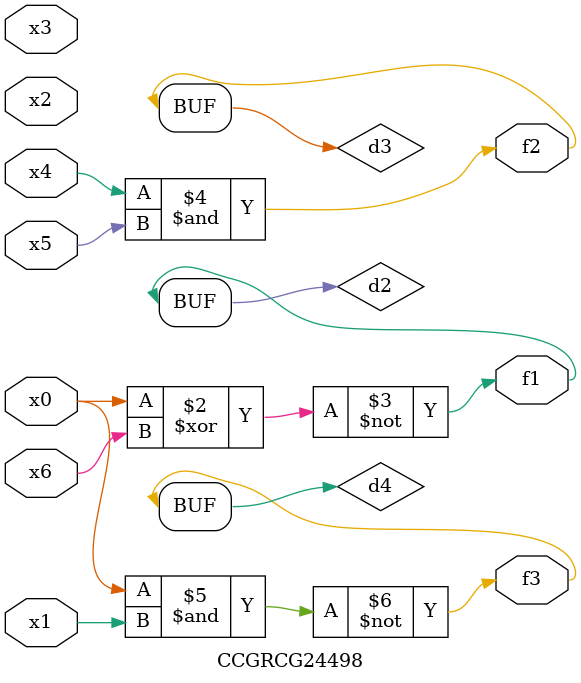
<source format=v>
module CCGRCG24498(
	input x0, x1, x2, x3, x4, x5, x6,
	output f1, f2, f3
);

	wire d1, d2, d3, d4;

	nor (d1, x0);
	xnor (d2, x0, x6);
	and (d3, x4, x5);
	nand (d4, x0, x1);
	assign f1 = d2;
	assign f2 = d3;
	assign f3 = d4;
endmodule

</source>
